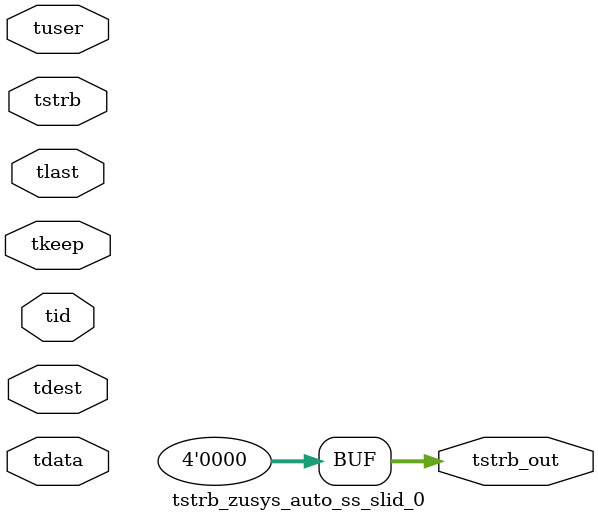
<source format=v>


`timescale 1ps/1ps

module tstrb_zusys_auto_ss_slid_0 #
(
parameter C_S_AXIS_TDATA_WIDTH = 32,
parameter C_S_AXIS_TUSER_WIDTH = 0,
parameter C_S_AXIS_TID_WIDTH   = 0,
parameter C_S_AXIS_TDEST_WIDTH = 0,
parameter C_M_AXIS_TDATA_WIDTH = 32
)
(
input  [(C_S_AXIS_TDATA_WIDTH == 0 ? 1 : C_S_AXIS_TDATA_WIDTH)-1:0     ] tdata,
input  [(C_S_AXIS_TUSER_WIDTH == 0 ? 1 : C_S_AXIS_TUSER_WIDTH)-1:0     ] tuser,
input  [(C_S_AXIS_TID_WIDTH   == 0 ? 1 : C_S_AXIS_TID_WIDTH)-1:0       ] tid,
input  [(C_S_AXIS_TDEST_WIDTH == 0 ? 1 : C_S_AXIS_TDEST_WIDTH)-1:0     ] tdest,
input  [(C_S_AXIS_TDATA_WIDTH/8)-1:0 ] tkeep,
input  [(C_S_AXIS_TDATA_WIDTH/8)-1:0 ] tstrb,
input                                                                    tlast,
output [(C_M_AXIS_TDATA_WIDTH/8)-1:0 ] tstrb_out
);

assign tstrb_out = {1'b0};

endmodule


</source>
